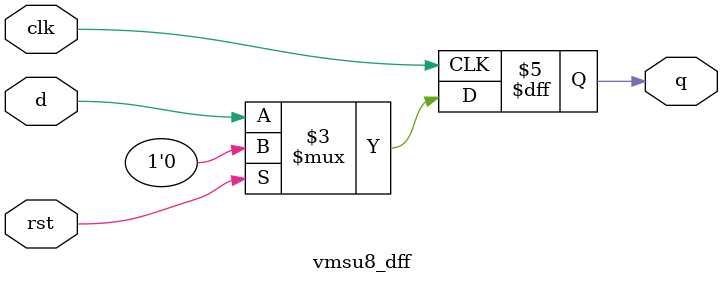
<source format=v>

module vmsu_8bit_top (

`ifdef USE_POWER_PINS
    inout vccd1,	// User area 1 1.8V supply
    inout vssd1,	// User area 1 digital ground
`endif

	input [7:0] a,
	input [7:0] b,
	input control,
	input clk,
	input rst,
	output [15:0] p
);

wire [7:0] q_a;
wire [7:0] q_b;
wire q_control;
wire [15:0] d_p;

//input flop
vmsu8_dff FA0 (.d(a[0]), .clk(clk), .rst(rst), .q(q_a[0]));
vmsu8_dff FA1 (.d(a[1]), .clk(clk), .rst(rst), .q(q_a[1]));
vmsu8_dff FA2 (.d(a[2]), .clk(clk), .rst(rst), .q(q_a[2]));
vmsu8_dff FA3 (.d(a[3]), .clk(clk), .rst(rst), .q(q_a[3]));
vmsu8_dff FA4 (.d(a[4]), .clk(clk), .rst(rst), .q(q_a[4]));
vmsu8_dff FA5 (.d(a[5]), .clk(clk), .rst(rst), .q(q_a[5]));
vmsu8_dff FA6 (.d(a[6]), .clk(clk), .rst(rst), .q(q_a[6]));
vmsu8_dff FA7 (.d(a[7]), .clk(clk), .rst(rst), .q(q_a[7]));

vmsu8_dff FB0 (.d(b[0]), .clk(clk), .rst(rst), .q(q_b[0]));
vmsu8_dff FB1 (.d(b[1]), .clk(clk), .rst(rst), .q(q_b[1]));
vmsu8_dff FB2 (.d(b[2]), .clk(clk), .rst(rst), .q(q_b[2]));
vmsu8_dff FB3 (.d(b[3]), .clk(clk), .rst(rst), .q(q_b[3]));
vmsu8_dff FB4 (.d(b[4]), .clk(clk), .rst(rst), .q(q_b[4]));
vmsu8_dff FB5 (.d(b[5]), .clk(clk), .rst(rst), .q(q_b[5]));
vmsu8_dff FB6 (.d(b[6]), .clk(clk), .rst(rst), .q(q_b[6]));
vmsu8_dff FB7 (.d(b[7]), .clk(clk), .rst(rst), .q(q_b[7]));

vmsu8_dff FC (.d(control), .clk(clk), .rst(rst), .q(q_control));

//combi logic
vmsu8_vmsu_8bit M0 (.a(q_a), .b(q_b), .control(q_control), .clk(clk), .rst(rst), .p(d_p));

//output flop
vmsu8_dff FP0 (.d(d_p[0]), .clk(clk), .rst(rst), .q(p[0]));
vmsu8_dff FP1 (.d(d_p[1]), .clk(clk), .rst(rst), .q(p[1]));
vmsu8_dff FP2 (.d(d_p[2]), .clk(clk), .rst(rst), .q(p[2]));
vmsu8_dff FP3 (.d(d_p[3]), .clk(clk), .rst(rst), .q(p[3]));
vmsu8_dff FP4 (.d(d_p[4]), .clk(clk), .rst(rst), .q(p[4]));
vmsu8_dff FP5 (.d(d_p[5]), .clk(clk), .rst(rst), .q(p[5]));
vmsu8_dff FP6 (.d(d_p[6]), .clk(clk), .rst(rst), .q(p[6]));
vmsu8_dff FP7 (.d(d_p[7]), .clk(clk), .rst(rst), .q(p[7]));
vmsu8_dff FP8 (.d(d_p[8]), .clk(clk), .rst(rst), .q(p[8]));
vmsu8_dff FP9 (.d(d_p[9]), .clk(clk), .rst(rst), .q(p[9]));
vmsu8_dff FP10 (.d(d_p[10]), .clk(clk), .rst(rst), .q(p[10]));
vmsu8_dff FP11 (.d(d_p[11]), .clk(clk), .rst(rst), .q(p[11]));
vmsu8_dff FP12 (.d(d_p[12]), .clk(clk), .rst(rst), .q(p[12]));
vmsu8_dff FP13 (.d(d_p[13]), .clk(clk), .rst(rst), .q(p[13]));
vmsu8_dff FP14 (.d(d_p[14]), .clk(clk), .rst(rst), .q(p[14]));
vmsu8_dff FP15 (.d(d_p[15]), .clk(clk), .rst(rst), .q(p[15]));

endmodule



module vmsu8_vmsu_8bit (
	input [7:0] a,
	input [7:0] b,
	input control,
	input clk,
	input rst,
	output [15:0] p
);

wire [7:0] a_com;
wire [7:0] b_com;
wire [7:0] mux_a;
wire [7:0] mux_b;
wire [7:0] q_mux_a;
wire [7:0] q_mux_b;
wire [15:0] d_out_multi;
wire [15:0] out_multi;
wire [15:0] out_multi_com;
wire c1,c2,c3;
wire d1_c1,d1_c2;
wire q1_c1,q1_c2;
wire d2_c1,d2_c2;

vmsu8_complementary_8bit COMA (.a(a), .c(a_com));
vmsu8_complementary_8bit COMB (.a(b), .c(b_com));

and (d1_c1, control, a[7]);
and (d1_c2, control, b[7]);

vmsu8_mux2to1 MUXA0 (.a(a[0]), .b(a_com[0]), .sel(d1_c1), .out(mux_a[0]));
vmsu8_mux2to1 MUXA1 (.a(a[1]), .b(a_com[1]), .sel(d1_c1), .out(mux_a[1]));
vmsu8_mux2to1 MUXA2 (.a(a[2]), .b(a_com[2]), .sel(d1_c1), .out(mux_a[2]));
vmsu8_mux2to1 MUXA3 (.a(a[3]), .b(a_com[3]), .sel(d1_c1), .out(mux_a[3]));
vmsu8_mux2to1 MUXA4 (.a(a[4]), .b(a_com[4]), .sel(d1_c1), .out(mux_a[4]));
vmsu8_mux2to1 MUXA5 (.a(a[5]), .b(a_com[5]), .sel(d1_c1), .out(mux_a[5]));
vmsu8_mux2to1 MUXA6 (.a(a[6]), .b(a_com[6]), .sel(d1_c1), .out(mux_a[6]));
vmsu8_mux2to1 MUXA7 (.a(a[7]), .b(a_com[7]), .sel(d1_c1), .out(mux_a[7]));

vmsu8_mux2to1 MUXB0 (.a(b[0]), .b(b_com[0]), .sel(d1_c2), .out(mux_b[0]));
vmsu8_mux2to1 MUXB1 (.a(b[1]), .b(b_com[1]), .sel(d1_c2), .out(mux_b[1]));
vmsu8_mux2to1 MUXB2 (.a(b[2]), .b(b_com[2]), .sel(d1_c2), .out(mux_b[2]));
vmsu8_mux2to1 MUXB3 (.a(b[3]), .b(b_com[3]), .sel(d1_c2), .out(mux_b[3]));
vmsu8_mux2to1 MUXB4 (.a(b[4]), .b(b_com[4]), .sel(d1_c2), .out(mux_b[4]));
vmsu8_mux2to1 MUXB5 (.a(b[5]), .b(b_com[5]), .sel(d1_c2), .out(mux_b[5]));
vmsu8_mux2to1 MUXB6 (.a(b[6]), .b(b_com[6]), .sel(d1_c2), .out(mux_b[6]));
vmsu8_mux2to1 MUXB7 (.a(b[7]), .b(b_com[7]), .sel(d1_c2), .out(mux_b[7]));

//Pipelining
vmsu8_dff FAM0 (.d(mux_a[0]), .clk(clk), .rst(rst), .q(q_mux_a[0]));
vmsu8_dff FAM1 (.d(mux_a[1]), .clk(clk), .rst(rst), .q(q_mux_a[1]));
vmsu8_dff FAM2 (.d(mux_a[2]), .clk(clk), .rst(rst), .q(q_mux_a[2]));
vmsu8_dff FAM3 (.d(mux_a[3]), .clk(clk), .rst(rst), .q(q_mux_a[3]));
vmsu8_dff FAM4 (.d(mux_a[4]), .clk(clk), .rst(rst), .q(q_mux_a[4]));
vmsu8_dff FAM5 (.d(mux_a[5]), .clk(clk), .rst(rst), .q(q_mux_a[5]));
vmsu8_dff FAM6 (.d(mux_a[6]), .clk(clk), .rst(rst), .q(q_mux_a[6]));
vmsu8_dff FAM7 (.d(mux_a[7]), .clk(clk), .rst(rst), .q(q_mux_a[7]));

vmsu8_dff FBM0 (.d(mux_b[0]), .clk(clk), .rst(rst), .q(q_mux_b[0]));
vmsu8_dff FBM1 (.d(mux_b[1]), .clk(clk), .rst(rst), .q(q_mux_b[1]));
vmsu8_dff FBM2 (.d(mux_b[2]), .clk(clk), .rst(rst), .q(q_mux_b[2]));
vmsu8_dff FBM3 (.d(mux_b[3]), .clk(clk), .rst(rst), .q(q_mux_b[3]));
vmsu8_dff FBM4 (.d(mux_b[4]), .clk(clk), .rst(rst), .q(q_mux_b[4]));
vmsu8_dff FBM5 (.d(mux_b[5]), .clk(clk), .rst(rst), .q(q_mux_b[5]));
vmsu8_dff FBM6 (.d(mux_b[6]), .clk(clk), .rst(rst), .q(q_mux_b[6]));
vmsu8_dff FBM7 (.d(mux_b[7]), .clk(clk), .rst(rst), .q(q_mux_b[7]));

vmsu8_dff FCM1 (.d(d1_c1), .clk(clk), .rst(rst), .q(q1_c1));
vmsu8_dff FCM2 (.d(d1_c2), .clk(clk), .rst(rst), .q(q1_c2));


vmsu8_multiplier_8bit MULTIPLY (.a(q_mux_a), .b(q_mux_b), .p(d_out_multi));
buf (d2_c1,q1_c1);
buf (d2_c2,q1_c2);

//Pipelining
vmsu8_dff FPM0 (.d(d_out_multi[0]), .clk(clk), .rst(rst), .q(out_multi[0]));
vmsu8_dff FPM1 (.d(d_out_multi[1]), .clk(clk), .rst(rst), .q(out_multi[1]));
vmsu8_dff FPM2 (.d(d_out_multi[2]), .clk(clk), .rst(rst), .q(out_multi[2]));
vmsu8_dff FPM3 (.d(d_out_multi[3]), .clk(clk), .rst(rst), .q(out_multi[3]));
vmsu8_dff FPM4 (.d(d_out_multi[4]), .clk(clk), .rst(rst), .q(out_multi[4]));
vmsu8_dff FPM5 (.d(d_out_multi[5]), .clk(clk), .rst(rst), .q(out_multi[5]));
vmsu8_dff FPM6 (.d(d_out_multi[6]), .clk(clk), .rst(rst), .q(out_multi[6]));
vmsu8_dff FPM7 (.d(d_out_multi[7]), .clk(clk), .rst(rst), .q(out_multi[7]));
vmsu8_dff FPM8 (.d(d_out_multi[8]), .clk(clk), .rst(rst), .q(out_multi[8]));
vmsu8_dff FPM9 (.d(d_out_multi[9]), .clk(clk), .rst(rst), .q(out_multi[9]));
vmsu8_dff FPM10 (.d(d_out_multi[10]), .clk(clk), .rst(rst), .q(out_multi[10]));
vmsu8_dff FPM11 (.d(d_out_multi[11]), .clk(clk), .rst(rst), .q(out_multi[11]));
vmsu8_dff FPM12 (.d(d_out_multi[12]), .clk(clk), .rst(rst), .q(out_multi[12]));
vmsu8_dff FPM13 (.d(d_out_multi[13]), .clk(clk), .rst(rst), .q(out_multi[13]));
vmsu8_dff FPM14 (.d(d_out_multi[14]), .clk(clk), .rst(rst), .q(out_multi[14]));
vmsu8_dff FPM15 (.d(d_out_multi[15]), .clk(clk), .rst(rst), .q(out_multi[15]));

vmsu8_dff FCM3 (.d(d2_c1), .clk(clk), .rst(rst), .q(c1));
vmsu8_dff FCM4 (.d(d2_c2), .clk(clk), .rst(rst), .q(c2));

vmsu8_complementary_16bit COMMULTI (.a(out_multi), .c(out_multi_com));

xor (c3,c2,c1);

vmsu8_mux2to1 MUXM0 (.a(out_multi[0]), .b(out_multi_com[0]), .sel(c3), .out(p[0]));
vmsu8_mux2to1 MUXM1 (.a(out_multi[1]), .b(out_multi_com[1]), .sel(c3), .out(p[1]));
vmsu8_mux2to1 MUXM2 (.a(out_multi[2]), .b(out_multi_com[2]), .sel(c3), .out(p[2]));
vmsu8_mux2to1 MUXM3 (.a(out_multi[3]), .b(out_multi_com[3]), .sel(c3), .out(p[3]));
vmsu8_mux2to1 MUXM4 (.a(out_multi[4]), .b(out_multi_com[4]), .sel(c3), .out(p[4]));
vmsu8_mux2to1 MUXM5 (.a(out_multi[5]), .b(out_multi_com[5]), .sel(c3), .out(p[5]));
vmsu8_mux2to1 MUXM6 (.a(out_multi[6]), .b(out_multi_com[6]), .sel(c3), .out(p[6]));
vmsu8_mux2to1 MUXM7 (.a(out_multi[7]), .b(out_multi_com[7]), .sel(c3), .out(p[7]));
vmsu8_mux2to1 MUXM8 (.a(out_multi[8]), .b(out_multi_com[8]), .sel(c3), .out(p[8]));
vmsu8_mux2to1 MUXM9 (.a(out_multi[9]), .b(out_multi_com[9]), .sel(c3), .out(p[9]));
vmsu8_mux2to1 MUXM10 (.a(out_multi[10]), .b(out_multi_com[10]), .sel(c3), .out(p[10]));
vmsu8_mux2to1 MUXM11 (.a(out_multi[11]), .b(out_multi_com[11]), .sel(c3), .out(p[11]));
vmsu8_mux2to1 MUXM12 (.a(out_multi[12]), .b(out_multi_com[12]), .sel(c3), .out(p[12]));
vmsu8_mux2to1 MUXM13 (.a(out_multi[13]), .b(out_multi_com[13]), .sel(c3), .out(p[13]));
vmsu8_mux2to1 MUXM14 (.a(out_multi[14]), .b(out_multi_com[14]), .sel(c3), .out(p[14]));
vmsu8_mux2to1 MUXM15 (.a(out_multi[15]), .b(out_multi_com[15]), .sel(c3), .out(p[15]));

endmodule



module vmsu8_multiplier_8bit (
        input [7:0] a,
        input [7:0] b,
        output [15:0] p
);

wire [7:4] o0;
wire [7:0] o1;
wire [7:0] o2;
wire [7:0] o3;
wire c0,c1,c2;
wire [7:0] sum0;
wire [7:4] sum1;
wire or_out;

vmsu8_multiplier_4bit U0 (.a(a[3:0]), .b(b[3:0]), .p({o0[7:4], p[3:0]}));
vmsu8_multiplier_4bit U1 (.a(a[3:0]), .b(b[7:4]), .p(o1[7:0]));
vmsu8_multiplier_4bit U2 (.a(a[7:4]), .b(b[3:0]), .p(o2[7:0]));
vmsu8_multiplier_4bit U3 (.a(a[7:4]), .b(b[7:4]), .p(o3[7:0]));

vmsu8_cla_8bit CLA0 (.a(o1[7:0]), .b(o2[7:0]), .cin(1'b0), .sum(sum0[7:0]), .cout(c0));
vmsu8_cla_8bit CLA1 (.a(sum0[7:0]), .b({4'b0000,o0[7:4]}), .cin(1'b0), .sum({sum1[7:4],p[7:4]}), .cout(c1));

or (or_out, c0, c1);

vmsu8_cla_8bit CLA2 (.a(o3[7:0]), .b({3'b000,or_out,sum1[7:4]}), .cin(1'b0), .sum(p[15:8]), .cout(c2));

endmodule



module vmsu8_complementary_16bit (
	input [15:0] a,
	output [15:0] c
);

wire [15:2] net;

assign c[0] = a[0];
xor (c[1],a[1],a[0]);
or (net[2],a[1],a[0]);
xor (c[2],net[2],a[2]);
or (net[3],net[2],a[2]);
xor (c[3],net[3],a[3]);
or (net[4],net[3],a[3]);
xor (c[4],net[4],a[4]);
or (net[5],net[4],a[4]);
xor (c[5],net[5],a[5]);
or (net[6],net[5],a[5]);
xor (c[6],net[6],a[6]);
or (net[7],net[6],a[6]);
xor (c[7],net[7],a[7]);
or (net[8],net[7],a[7]);
xor (c[8],net[8],a[8]);
or (net[9],net[8],a[8]);
xor (c[9],net[9],a[9]);
or (net[10],net[9],a[9]);
xor (c[10],net[10],a[10]);
or (net[11],net[10],a[10]);
xor (c[11],net[11],a[11]);
or (net[12],net[11],a[11]);
xor (c[12],net[12],a[12]);
or (net[13],net[12],a[12]);
xor (c[13],net[13],a[13]);
or (net[14],net[13],a[13]);
xor (c[14],net[14],a[14]);
or (net[15],net[14],a[14]);
xor (c[15],net[15],a[15]);

endmodule



module vmsu8_mux2to1 (
	input a,
	input b,
	input sel,
	output out
);

wire net[1:0];
wire sel_b;

//sel0:a , sel1:b

not (sel_b,sel);
nand (net[0],a,sel_b);
nand (net[1],b,sel);
nand (out,net[0],net[1]);

endmodule



module vmsu8_complementary_8bit (
	input [7:0] a,
	output [7:0] c
);

wire [7:2] net;

assign c[0] = a[0];
xor (c[1],a[1],a[0]);
or (net[2],a[1],a[0]);
xor (c[2],net[2],a[2]);
or (net[3],net[2],a[2]);
xor (c[3],net[3],a[3]);
or (net[4],net[3],a[3]);
xor (c[4],net[4],a[4]);
or (net[5],net[4],a[4]);
xor (c[5],net[5],a[5]);
or (net[6],net[5],a[5]);
xor (c[6],net[6],a[6]);
or (net[7],net[6],a[6]);
xor (c[7],net[7],a[7]);

endmodule



module vmsu8_cla_8bit (
    input [7:0] a,
    input [7:0] b,
    input cin,
    output [7:0] sum,
    output cout
);

    wire [7:0] p, g, c;
    wire [35:0] temp_c; // Intermediate carry wires

    // Generate Propagate and Generate signals
    xor (p[0], a[0], b[0]); // Propagate
    xor (p[1], a[1], b[1]);
    xor (p[2], a[2], b[2]);
    xor (p[3], a[3], b[3]);
    xor (p[4], a[4], b[4]);
    xor (p[5], a[5], b[5]);
    xor (p[6], a[6], b[6]);
    xor (p[7], a[7], b[7]);

    and (g[0], a[0], b[0]); // Generate
    and (g[1], a[1], b[1]);
    and (g[2], a[2], b[2]);
    and (g[3], a[3], b[3]);
    and (g[4], a[4], b[4]);
    and (g[5], a[5], b[5]);
    and (g[6], a[6], b[6]);
    and (g[7], a[7], b[7]);

    // CLA logic for carry generation
    assign c[0] = cin;

    // C[1] = G[0] | (P[0] & C[0]);
    and (temp_c[0], p[0], c[0]);
    or  (c[1], g[0], temp_c[0]);

    // C[2] = G[1] | (P[1] & G[0]) | (P[1] & P[0] & C[0]);
    and (temp_c[1], p[1], g[0]);
    and (temp_c[2], p[1], p[0], c[0]);
    or  (c[2], g[1], temp_c[1], temp_c[2]);

    // C[3] = G[2] | (P[2] & G[1]) | (P[2] & P[1] & G[0]) | (P[2] & P[1] & P[0] & C[0]);
    and (temp_c[3], p[2], g[1]);
    and (temp_c[4], p[2], p[1], g[0]);
    and (temp_c[5], p[2], p[1], p[0], c[0]);
    or  (c[3], g[2], temp_c[3], temp_c[4], temp_c[5]);

    // C[4] = G[3] | (P[3] & C[3]);
    and (temp_c[6], p[3], g[2]);
    and (temp_c[7], p[3], p[2], g[1]);
    and (temp_c[8], p[3], p[2], p[1], g[0]);
    and (temp_c[9], p[3], p[2], p[1], p[0], c[0]);
    or  (c[4], g[3], temp_c[6], temp_c[7], temp_c[8], temp_c[9]);

    // C[5]
    and (temp_c[10], p[4], g[3]);
    and (temp_c[11], p[4], p[3], g[2]);
    and (temp_c[12], p[4], p[3], p[2], g[1]);
    and (temp_c[13], p[4], p[3], p[2], p[1], g[0]);
    and (temp_c[14], p[4], p[3], p[2], p[1], p[0], c[0]);
    or  (c[5], g[4], temp_c[10], temp_c[11], temp_c[12], temp_c[13], temp_c[14]);

    // C[6]
    and (temp_c[15], p[5], g[4]);
    and (temp_c[16], p[5], p[4], g[3]);
    and (temp_c[17], p[5], p[4], p[3], g[2]);
    and (temp_c[18], p[5], p[4], p[3], p[2], g[1]);
    and (temp_c[19], p[5], p[4], p[3], p[2], p[1], g[0]);
    and (temp_c[20], p[5], p[4], p[3], p[2], p[1], p[0], c[0]);
    or  (c[6], g[5], temp_c[15], temp_c[16], temp_c[17], temp_c[18], temp_c[19], temp_c[20]);

    // C[7]
    and (temp_c[21], p[6], g[5]);
    and (temp_c[22], p[6], p[5], g[4]);
    and (temp_c[23], p[6], p[5], p[4], g[3]);
    and (temp_c[24], p[6], p[5], p[4], p[3], g[2]);
    and (temp_c[25], p[6], p[5], p[4], p[3], p[2], g[1]);
    and (temp_c[26], p[6], p[5], p[4], p[3], p[2], p[1], g[0]);
    and (temp_c[27], p[6], p[5], p[4], p[3], p[2], p[1], p[0], c[0]);
    or  (c[7], g[6], temp_c[21], temp_c[22], temp_c[23], temp_c[24], temp_c[25], temp_c[26], temp_c[27]);

    // C[8]
    and (temp_c[28], p[7], g[6]);
    and (temp_c[29], p[7], p[6], g[5]);
    and (temp_c[30], p[7], p[6], p[5], g[4]);
    and (temp_c[31], p[7], p[6], p[5], p[4], g[3]);
    and (temp_c[32], p[7], p[6], p[5], p[4], p[3], g[2]);
    and (temp_c[33], p[7], p[6], p[5], p[4], p[3], p[2], g[1]);
    and (temp_c[34], p[7], p[6], p[5], p[4], p[3], p[2], p[1], g[0]);
    and (temp_c[35], p[7], p[6], p[5], p[4], p[3], p[2], p[1], p[0], c[0]);
    or  (cout, g[7], temp_c[28], temp_c[29], temp_c[30], temp_c[31], temp_c[32], temp_c[33], temp_c[34], temp_c[35]);

    // Sum
    xor (sum[0], p[0], c[0]);
    xor (sum[1], p[1], c[1]);
    xor (sum[2], p[2], c[2]);
    xor (sum[3], p[3], c[3]);
    xor (sum[4], p[4], c[4]);
    xor (sum[5], p[5], c[5]);
    xor (sum[6], p[6], c[6]);
    xor (sum[7], p[7], c[7]);

endmodule



module vmsu8_multiplier_4bit (
        input [3:0] a,
        input [3:0] b,
        output [7:0] p
);

wire [3:2] o0;
wire [3:0] o1;
wire [3:0] o2;
wire [3:0] o3;
wire c0,c1,c2;
wire [3:0] sum0;
wire [3:2] sum1;
wire or_out;

vmsu8_multiplier_2bit U0 (.a(a[1:0]), .b(b[1:0]), .p({o0[3:2], p[1:0]}));
vmsu8_multiplier_2bit U1 (.a(a[1:0]), .b(b[3:2]), .p(o1[3:0]));
vmsu8_multiplier_2bit U2 (.a(a[3:2]), .b(b[1:0]), .p(o2[3:0]));
vmsu8_multiplier_2bit U3 (.a(a[3:2]), .b(b[3:2]), .p(o3[3:0]));

vmsu8_cla_4bit CLA0 (.a(o1[3:0]), .b(o2[3:0]), .cin(1'b0), .sum(sum0[3:0]), .cout(c0));
vmsu8_cla_4bit CLA1 (.a(sum0[3:0]), .b({2'b00,o0[3:2]}), .cin(1'b0), .sum({sum1[3:2],p[3:2]}), .cout(c1));

or (or_out, c0, c1);

vmsu8_cla_4bit CLA2 (.a(o3[3:0]), .b({1'b0,or_out,sum1[3:2]}), .cin(1'b0), .sum(p[7:4]), .cout(c2));

endmodule



module vmsu8_cla_4bit (
    input [3:0] a,
    input [3:0] b,
    input cin,
    output [3:0] sum,
    output cout
);

    wire [3:0] p, g, c;
    wire [9:0] temp_c; // Intermediate carry wires

    // Generate Propagate and Generate signals
    xor (p[0], a[0], b[0]); // Propagate
    xor (p[1], a[1], b[1]);
    xor (p[2], a[2], b[2]);
    xor (p[3], a[3], b[3]);

    and (g[0], a[0], b[0]); // Generate
    and (g[1], a[1], b[1]);
    and (g[2], a[2], b[2]);
    and (g[3], a[3], b[3]);

    // CLA logic for carry generation
    assign c[0] = cin;

    // C[1] = G[0] | (P[0] & C[0]);
    and (temp_c[0], p[0], c[0]);
    or  (c[1], g[0], temp_c[0]);

    // C[2] = G[1] | (P[1] & G[0]) | (P[1] & P[0] & C[0]);
    and (temp_c[1], p[1], g[0]);
    and (temp_c[2], p[1], p[0], c[0]);
    or  (c[2], g[1], temp_c[1], temp_c[2]);

    // C[3] = G[2] | (P[2] & G[1]) | (P[2] & P[1] & G[0]) | (P[2] & P[1] & P[0] & C[0]);
    and (temp_c[3], p[2], g[1]);
    and (temp_c[4], p[2], p[1], g[0]);
    and (temp_c[5], p[2], p[1], p[0], c[0]);
    or  (c[3], g[2], temp_c[3], temp_c[4], temp_c[5]);

    // Cout = G[3] | (P[3] & C[3]);
    and (temp_c[6], p[3], g[2]);
    and (temp_c[7], p[3], p[2], g[1]);
    and (temp_c[8], p[3], p[2], p[1], g[0]);
    and (temp_c[9], p[3], p[2], p[1], p[0], c[0]);
    or  (cout, g[3], temp_c[6], temp_c[7], temp_c[8], temp_c[9]);

    // Sum
    xor (sum[0], p[0], c[0]);
    xor (sum[1], p[1], c[1]);
    xor (sum[2], p[2], c[2]);
    xor (sum[3], p[3], c[3]);

endmodule



module vmsu8_multiplier_2bit (
	input [1:0] a,
	input [1:0] b,
	output [3:0] p
);

wire [3:0] net;

and (p[0],a[0],b[0]);
and (net[0],a[0],b[1]);
and (net[1],a[1],b[0]);
and (net[2],a[1],b[1]);

vmsu8_half_adder U0 (.a(net[0]), .b(net[1]), .sum(p[1]), .cout(net[3]));
vmsu8_half_adder U1 (.a(net[2]), .b(net[3]), .sum(p[2]), .cout(p[3]));

endmodule



module vmsu8_half_adder (
	input a,
	input b,
	output sum,
	output cout
);

xor (sum,a,b);
and (cout,a,b);

endmodule



module vmsu8_dff (
	input d,
	input clk,
	input rst,
	output reg q
);

	always @(posedge clk)
		if (rst) begin
			q <= 0;
		end  else begin
			q <= d;
		end
			
endmodule

</source>
